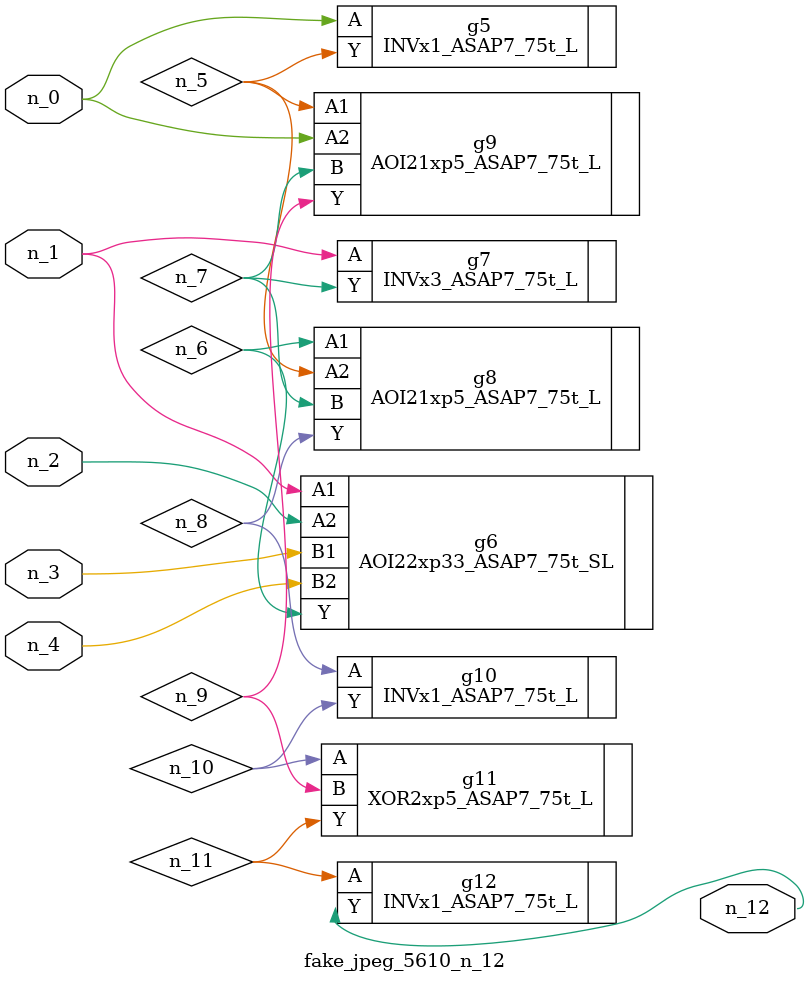
<source format=v>
module fake_jpeg_5610_n_12 (n_3, n_2, n_1, n_0, n_4, n_12);

input n_3;
input n_2;
input n_1;
input n_0;
input n_4;

output n_12;

wire n_11;
wire n_10;
wire n_8;
wire n_9;
wire n_6;
wire n_5;
wire n_7;

INVx1_ASAP7_75t_L g5 ( 
.A(n_0),
.Y(n_5)
);

AOI22xp33_ASAP7_75t_SL g6 ( 
.A1(n_1),
.A2(n_2),
.B1(n_3),
.B2(n_4),
.Y(n_6)
);

INVx3_ASAP7_75t_L g7 ( 
.A(n_1),
.Y(n_7)
);

AOI21xp5_ASAP7_75t_L g8 ( 
.A1(n_6),
.A2(n_5),
.B(n_7),
.Y(n_8)
);

INVx1_ASAP7_75t_L g10 ( 
.A(n_8),
.Y(n_10)
);

AOI21xp5_ASAP7_75t_L g9 ( 
.A1(n_5),
.A2(n_0),
.B(n_7),
.Y(n_9)
);

XOR2xp5_ASAP7_75t_L g11 ( 
.A(n_10),
.B(n_9),
.Y(n_11)
);

INVx1_ASAP7_75t_L g12 ( 
.A(n_11),
.Y(n_12)
);


endmodule
</source>
